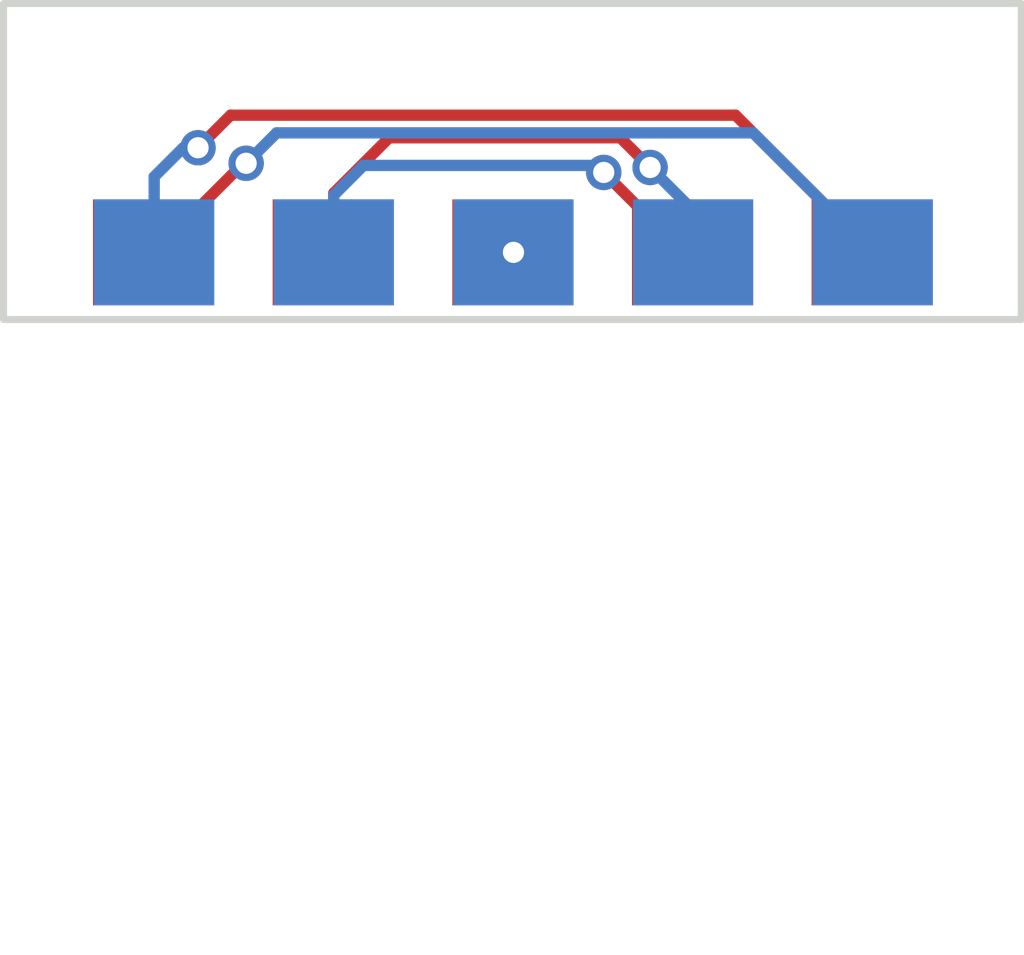
<source format=kicad_pcb>
(kicad_pcb (version 20221018) (generator pcbnew)
  (layers (0 "F.Cu" signal) (31 "B.Cu" signal) (34 "B.Paste" user) (35 "F.Paste" user) (36 "B.SilkS" user "B.Silkscreen") (37 "F.SilkS" user "F.Silkscreen") (38 "B.Mask" user) (39 "F.Mask" user) (44 "Edge.Cuts" user))
  (net 0 "")
  (net 1 "Net-(J1-Pin_6)")
  (net 2 "Net-(J1-Pin_7)")
  (net 3 "Net-(J1-Pin_8)")
  (net 4 "Net-(J1-Pin_9)")
  (net 5 "Net-(J1-Pin_10)")
  (footprint "d-lev:DSM7TA56" (layer "F.Cu") (at 17.984501 23.640499)
    (fp_text reference "J2" hide)
    (fp_text value "Conn_01x10_Pin" hide)
    (pad "6" smd rect (at 5.08 -9.7) (size 1.7 1.5) (layers "F.Cu" "F.Paste" "F.Mask") (net 1 "Net-(J1-Pin_6)"))
    (pad "7" smd rect (at 2.54 -9.7) (size 1.7 1.5) (layers "F.Cu" "F.Paste" "F.Mask") (net 2 "Net-(J1-Pin_7)"))
    (pad "8" smd rect (at 0 -9.7) (size 1.7 1.5) (layers "F.Cu" "F.Paste" "F.Mask") (net 3 "Net-(J1-Pin_8)"))
    (pad "9" smd rect (at -2.54 -9.7) (size 1.7 1.5) (layers "F.Cu" "F.Paste" "F.Mask") (net 4 "Net-(J1-Pin_9)"))
    (pad "10" smd rect (at -5.08 -9.7) (size 1.7 1.5) (layers "F.Cu" "F.Paste" "F.Mask") (net 5 "Net-(J1-Pin_10)"))
  )
  (footprint "d-lev:DSM7TA56" (layer "B.Cu") (at 17.999501 23.640499 180)
    (fp_text reference "J1" hide)
    (fp_text value "Conn_01x10_Pin" hide)
    (pad "6" smd rect (at 5.08 9.7 180) (size 1.7 1.5) (layers "B.Cu" "B.Paste" "B.Mask") (net 1 "Net-(J1-Pin_6)"))
    (pad "7" smd rect (at 2.54 9.7 180) (size 1.7 1.5) (layers "B.Cu" "B.Paste" "B.Mask") (net 2 "Net-(J1-Pin_7)"))
    (pad "8" smd rect (at 0 9.7 180) (size 1.7 1.5) (layers "B.Cu" "B.Paste" "B.Mask") (net 3 "Net-(J1-Pin_8)"))
    (pad "9" smd rect (at -2.54 9.7 180) (size 1.7 1.5) (layers "B.Cu" "B.Paste" "B.Mask") (net 4 "Net-(J1-Pin_9)"))
    (pad "10" smd rect (at -5.08 9.7 180) (size 1.7 1.5) (layers "B.Cu" "B.Paste" "B.Mask") (net 5 "Net-(J1-Pin_10)"))
  )
  (gr_rect (start 10.789501 10.420499) (end 25.179501 14.890499) (stroke (width 0.1)) (fill none) (layer "Edge.Cuts"))
  (segment (start 13.539501 12.460499) (end 14 12) (width 0.16) (layer "F.Cu") (net 1))
  (segment (start 21.139002 12) (end 23.079501 13.940499) (width 0.16) (layer "F.Cu") (net 1))
  (segment (start 14 12) (end 21.139002 12) (width 0.16) (layer "F.Cu") (net 1))
  (via (at 13.539501 12.460499) (size 0.5) (drill 0.3) (layers "F.Cu" "B.Cu") (net 1))
  (segment (start 12.919501 13.940499) (end 12.919501 12.870499) (width 0.16) (layer "B.Cu") (net 1))
  (segment (start 13.329501 12.460499) (end 13.539501 12.460499) (width 0.16) (layer "B.Cu") (net 1))
  (segment (start 12.919501 12.870499) (end 13.329501 12.460499) (width 0.16) (layer "B.Cu") (net 1))
  (segment (start 20.406181 13.940499) (end 19.275601 12.809919) (width 0.16) (layer "F.Cu") (net 2))
  (segment (start 20.539501 13.940499) (end 20.406181 13.940499) (width 0.16) (layer "F.Cu") (net 2))
  (via (at 19.275601 12.809919) (size 0.5) (drill 0.3) (layers "F.Cu" "B.Cu") (net 2))
  (segment (start 19.176181 12.710499) (end 19.275601 12.809919) (width 0.16) (layer "B.Cu") (net 2))
  (segment (start 15.459501 13.130499) (end 15.879501 12.710499) (width 0.16) (layer "B.Cu") (net 2))
  (segment (start 15.459501 13.940499) (end 15.459501 13.130499) (width 0.16) (layer "B.Cu") (net 2))
  (segment (start 15.879501 12.710499) (end 19.176181 12.710499) (width 0.16) (layer "B.Cu") (net 2))
  (via (at 17.999501 13.940499) (size 0.5) (drill 0.3) (layers "F.Cu" "B.Cu") (net 3))
  (segment (start 15.459501 13.940499) (end 15.459501 13.100499) (width 0.16) (layer "F.Cu") (net 4))
  (segment (start 15.459501 13.100499) (end 16.240081 12.319919) (width 0.16) (layer "F.Cu") (net 4))
  (segment (start 16.240081 12.319919) (end 19.511754 12.319919) (width 0.16) (layer "F.Cu") (net 4))
  (segment (start 19.511754 12.319919) (end 19.931334 12.739499) (width 0.16) (layer "F.Cu") (net 4))
  (via (at 19.931334 12.739499) (size 0.5) (drill 0.3) (layers "F.Cu" "B.Cu") (net 4))
  (segment (start 20.539501 13.940499) (end 20.539501 13.347666) (width 0.16) (layer "B.Cu") (net 4))
  (segment (start 20.539501 13.347666) (end 19.931334 12.739499) (width 0.16) (layer "B.Cu") (net 4))
  (segment (start 14.219501 12.680499) (end 14.179501 12.680499) (width 0.16) (layer "F.Cu") (net 5))
  (segment (start 14.179501 12.680499) (end 12.919501 13.940499) (width 0.16) (layer "F.Cu") (net 5))
  (via (at 14.219501 12.680499) (size 0.5) (drill 0.3) (layers "F.Cu" "B.Cu") (net 5))
  (segment (start 14.650001 12.249999) (end 14.219501 12.680499) (width 0.16) (layer "B.Cu") (net 5))
  (segment (start 21.389001 12.249999) (end 14.650001 12.249999) (width 0.16) (layer "B.Cu") (net 5))
  (segment (start 23.079501 13.940499) (end 21.389001 12.249999) (width 0.16) (layer "B.Cu") (net 5))
)
</source>
